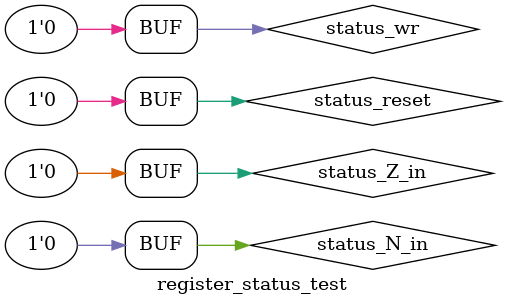
<source format=sv>
`timescale 1 ns / 10 ps

module register_status_test#(
        parameter WIDTH = 2
    );

	logic  status_Z_in, status_N_in;
	logic status_reset, status_wr;
	logic clock;
	logic status_Z_out, status_N_out;

	clock_generator GCLOCK(clock);

    register #(.WIDTH(WIDTH)) status0(
        .reg_in({status_Z_in, status_N_in}), 
        .reg_wr(status_wr), 
        .reg_reset(status_reset), 
        .clock(clock), 
        .reg_out({status_Z_out, status_N_out})
    );

	initial
	begin
		status_reset = 1'b1;
		status_wr = 1'b0;
		status_Z_in = 1'b0; status_N_in = 1'b1;
        #2 status_reset = 1'b0;
		#2 status_wr = 1'b1;
		#2 status_wr = 1'b0; status_Z_in = 1'b1; status_N_in = 1'b0;
		#2 
		#2 status_wr = 1'b1;
		#2 status_wr = 1'b0; status_Z_in = 1'b0; status_N_in = 1'b0;
		#2 
		#2 status_wr = 1'b1;
		#2 status_wr = 1'b0;
		#2 status_reset = 1'b1;
		#2 status_reset = 1'b0;
	end
endmodule
</source>
